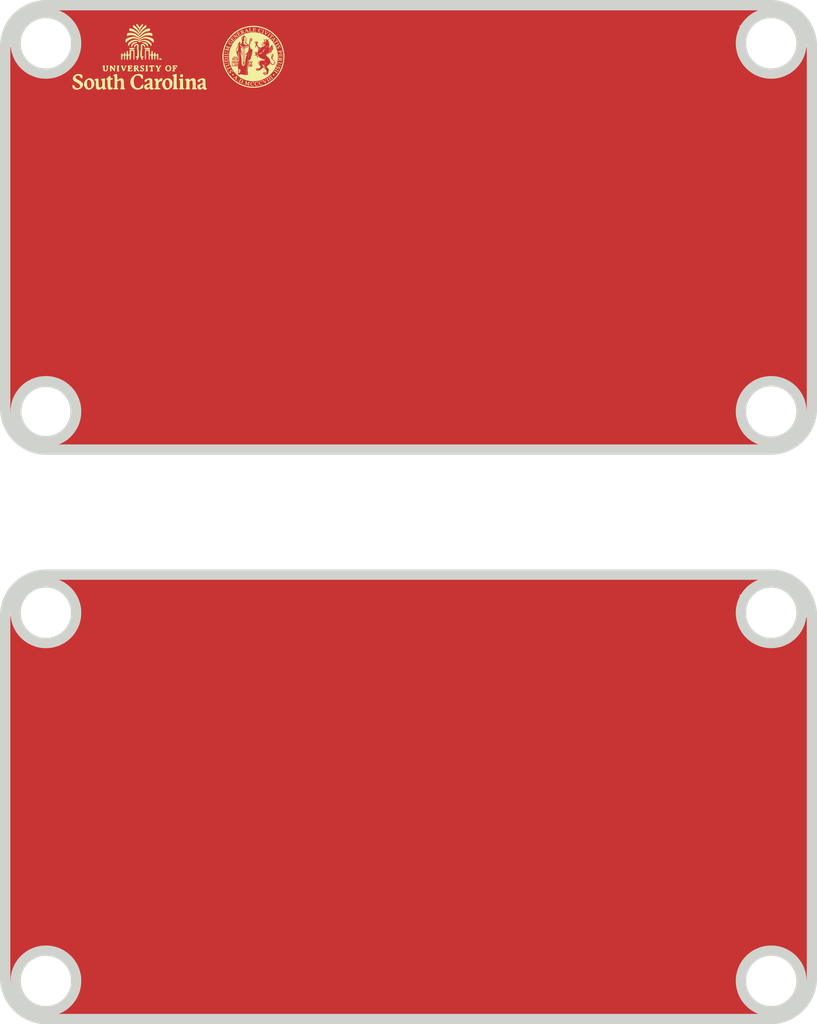
<source format=kicad_pcb>
(kicad_pcb (version 20221018) (generator pcbnew)
  (layers (0 "F.Cu" signal) (31 "B.Cu" signal) (34 "B.Paste" user) (35 "F.Paste" user) (36 "B.SilkS" user "B.Silkscreen") (37 "F.SilkS" user "F.Silkscreen") (38 "B.Mask" user) (39 "F.Mask" user) (44 "Edge.Cuts" user))
  (net 0 "")
  (footprint "uofsc_foots:uofsc" (layer "F.Cu") (at 117 52)
    (fp_text reference "G2" hide)
    (fp_text value "LOGO" hide)
  )
  (footprint "uofsc_foots:upg" (layer "F.Cu") (at 128 52)
    (fp_text reference "G3" hide)
    (fp_text value "LOGO" hide)
  )
  (gr_line (start 181.978 85.946) (end 181.978 51) (stroke (width 1)) (layer "Edge.Cuts"))
  (gr_arc (start 104 106) (mid 105.168644 103.178644) (end 107.99 102.01) (stroke (width 1)) (layer "Edge.Cuts"))
  (gr_circle (center 178.041 50.693) (end 180.962 50.693) (stroke (width 1)) (fill none) (layer "Edge.Cuts"))
  (gr_arc (start 177.988 102.01) (mid 180.809356 103.178644) (end 181.978 106) (stroke (width 1)) (layer "Edge.Cuts"))
  (gr_circle (center 107.937 50.693) (end 110.858 50.693) (stroke (width 1)) (fill none) (layer "Edge.Cuts"))
  (gr_circle (center 107.937 105.693) (end 110.858 105.693) (stroke (width 1)) (fill none) (layer "Edge.Cuts"))
  (gr_line (start 104 106) (end 104 140.946) (stroke (width 1)) (layer "Edge.Cuts"))
  (gr_line (start 177.988 47.01) (end 107.99 47.01) (stroke (width 1)) (layer "Edge.Cuts"))
  (gr_circle (center 107.937 50.693) (end 109 53) (stroke (width 0.1)) (fill none) (layer "Edge.Cuts"))
  (gr_circle (center 107.937 86.253) (end 110 85) (stroke (width 0.1)) (fill none) (layer "Edge.Cuts"))
  (gr_circle (center 178.041 105.693) (end 180.962 105.693) (stroke (width 1)) (fill none) (layer "Edge.Cuts"))
  (gr_circle (center 178.041 141.253) (end 180.962 141.253) (stroke (width 1)) (fill none) (layer "Edge.Cuts"))
  (gr_line (start 107.99 89.936) (end 177.988 89.936) (stroke (width 1)) (layer "Edge.Cuts"))
  (gr_line (start 177.988 102.01) (end 107.99 102.01) (stroke (width 1)) (layer "Edge.Cuts"))
  (gr_arc (start 107.99 89.936) (mid 105.168644 88.767356) (end 104 85.946) (stroke (width 1)) (layer "Edge.Cuts"))
  (gr_circle (center 178.041 86.253) (end 180 88) (stroke (width 0.1)) (fill none) (layer "Edge.Cuts"))
  (gr_line (start 104 51) (end 104 85.946) (stroke (width 1)) (layer "Edge.Cuts"))
  (gr_arc (start 104 51) (mid 105.168644 48.178644) (end 107.99 47.01) (stroke (width 1)) (layer "Edge.Cuts"))
  (gr_arc (start 181.978 140.946) (mid 180.809356 143.767356) (end 177.988 144.936) (stroke (width 1)) (layer "Edge.Cuts"))
  (gr_circle (center 107.937 86.253) (end 110.858 86.253) (stroke (width 1)) (fill none) (layer "Edge.Cuts"))
  (gr_circle (center 178.041 86.253) (end 180.962 86.253) (stroke (width 1)) (fill none) (layer "Edge.Cuts"))
  (gr_arc (start 107.99 144.936) (mid 105.168644 143.767356) (end 104 140.946) (stroke (width 1)) (layer "Edge.Cuts"))
  (gr_circle (center 107.937 141.253) (end 110.858 141.253) (stroke (width 1)) (fill none) (layer "Edge.Cuts"))
  (gr_arc (start 181.978 85.946) (mid 180.809356 88.767356) (end 177.988 89.936) (stroke (width 1)) (layer "Edge.Cuts"))
  (gr_arc (start 177.988 47.01) (mid 180.809356 48.178644) (end 181.978 51) (stroke (width 1)) (layer "Edge.Cuts"))
  (gr_line (start 181.978 140.946) (end 181.978 106) (stroke (width 1)) (layer "Edge.Cuts"))
  (gr_line (start 107.99 144.936) (end 177.988 144.936) (stroke (width 1)) (layer "Edge.Cuts"))
  (gr_circle (center 178.041 50.693) (end 176 49) (stroke (width 0.1)) (fill none) (layer "Edge.Cuts"))
  (zone (net 0) (net_name "") (layer "F.Cu") (connect_pads (clearance 0.5)) (min_thickness 0.25) (fill yes (thermal_gap 0.5) (thermal_bridge_width 0.5) (island_removal_mode 1) (island_area_min 10))
    (polygon (pts (xy 178 102) (xy 175 104) (xy 175 106) (xy 176 108) (xy 179 109) (xy 181 107) (xy 182 105) (xy 182 142) (xy 180 139) (xy 178 138) (xy 176 139) (xy 175 141) (xy 176 144) (xy 178 145) (xy 107 145) (xy 110 144) (xy 111 142) (xy 110 139) (xy 107 138) (xy 106 139) (xy 105 141) (xy 104 142) (xy 104 105) (xy 105 107) (xy 107 109) (xy 110 108) (xy 111 106) (xy 110 104) (xy 108 102)))
  )
  (zone (net 0) (net_name "") (layer "F.Cu") (connect_pads (clearance 0.5)) (min_thickness 0.25) (fill yes (thermal_gap 0.5) (thermal_bridge_width 0.5) (island_removal_mode 1) (island_area_min 10))
    (polygon (pts (xy 178 47) (xy 175 49) (xy 175 51) (xy 176 53) (xy 179 54) (xy 181 52) (xy 182 50) (xy 182 87) (xy 180 84) (xy 178 83) (xy 176 84) (xy 175 86) (xy 176 89) (xy 178 90) (xy 107 90) (xy 110 89) (xy 111 87) (xy 110 84) (xy 107 83) (xy 106 84) (xy 105 86) (xy 104 87) (xy 104 50) (xy 105 52) (xy 107 54) (xy 110 53) (xy 111 51) (xy 110 49) (xy 108 47)))
  )
)
</source>
